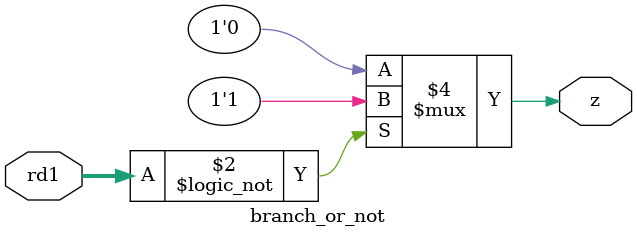
<source format=v>
`timescale 1ns / 1ps


module branch_or_not(z,rd1);
output reg z;
input [31:0] rd1;
always @(rd1)
if(rd1==32'b0) z<=1'b1;
else z<=1'b0;
endmodule

</source>
